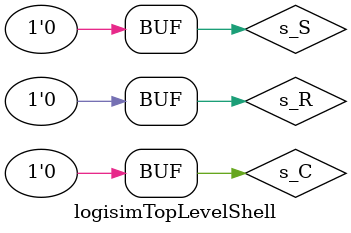
<source format=v>
/******************************************************************************
 ** Logisim-evolution goes FPGA automatic generated Verilog code             **
 ** https://github.com/logisim-evolution/                                    **
 **                                                                          **
 ** Component : logisimTopLevelShell                                         **
 **                                                                          **
 *****************************************************************************/

module logisimTopLevelShell(  );

   /*******************************************************************************
   ** The wires are defined here                                                 **
   *******************************************************************************/
   wire s_C;
   wire s_Q;
   wire s_Qbar;
   wire s_R;
   wire s_S;

   /*******************************************************************************
   ** The module functionality is described here                                 **
   *******************************************************************************/

   /*******************************************************************************
   ** All signal adaptations are performed here                                  **
   *******************************************************************************/
   assign s_C = 1'b0;
   assign s_R = 1'b0;
   assign s_S = 1'b0;

   /*******************************************************************************
   ** The toplevel component is connected here                                   **
   *******************************************************************************/
   C_SR_latch   CIRCUIT_0 (.C(s_C),
                           .Q(s_Q),
                           .Qbar(s_Qbar),
                           .R(s_R),
                           .S(s_S));
endmodule

</source>
